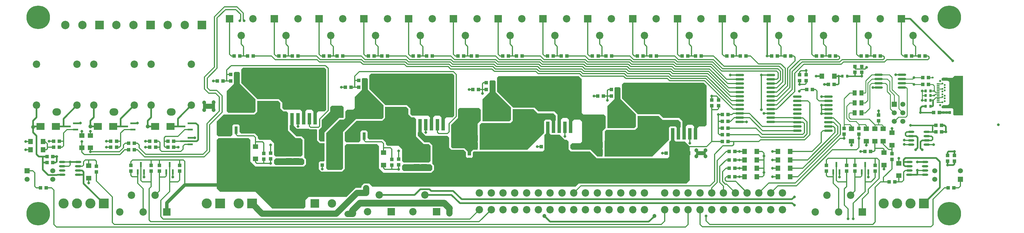
<source format=gtl>
%FSLAX44Y44*%
%MOMM*%
G71*
G01*
G75*
G04 Layer_Physical_Order=1*
G04 Layer_Color=255*
%ADD10O,1.9000X0.6000*%
%ADD11R,1.1000X1.0000*%
%ADD12R,1.6200X1.3700*%
%ADD13R,1.0000X1.1000*%
%ADD14R,0.8000X0.9000*%
%ADD15R,0.7000X0.9000*%
%ADD16R,1.3700X1.6200*%
%ADD17R,3.0000X1.2000*%
%ADD18R,1.2000X3.0000*%
%ADD19R,5.0000X4.7500*%
%ADD20R,1.5000X1.7500*%
%ADD21R,5.5000X6.7000*%
%ADD22R,0.9500X2.2000*%
%ADD23R,4.7500X5.0000*%
%ADD24R,1.7500X1.5000*%
%ADD25R,1.1000X3.5000*%
%ADD26R,10.5000X8.6000*%
%ADD27R,0.6000X1.6000*%
%ADD28O,2.6000X0.7000*%
%ADD29R,3.6000X1.5000*%
%ADD30R,3.5000X1.5000*%
%ADD31R,0.9000X0.3000*%
%ADD32O,2.5000X0.7000*%
%ADD33R,1.2700X1.5240*%
%ADD34R,2.4000X2.0000*%
%ADD35R,2.4000X2.0000*%
%ADD36R,1.6000X0.6000*%
%ADD37C,0.3000*%
%ADD38C,0.5000*%
%ADD39C,0.4000*%
%ADD40C,0.2540*%
%ADD41C,0.7000*%
%ADD42C,2.0000*%
%ADD43C,1.9000*%
%ADD44C,1.0000*%
%ADD45C,7.0000*%
%ADD46C,2.2000*%
%ADD47R,1.5000X1.5000*%
%ADD48C,1.5000*%
%ADD49C,2.5000*%
%ADD50R,2.2000X2.2000*%
%ADD51R,3.0000X3.0000*%
%ADD52C,3.0000*%
%ADD53R,2.5000X2.5000*%
%ADD54C,1.5240*%
%ADD55R,1.5000X1.5000*%
%ADD56C,0.6500*%
%ADD57O,2.0000X1.0000*%
%ADD58O,1.6000X0.8000*%
%ADD59C,0.6000*%
%ADD60C,0.8000*%
%ADD61C,1.2000*%
G36*
X1905000Y710000D02*
X1914000Y701000D01*
X1914000Y600000D01*
X1914000Y600000D01*
X1919000Y595000D01*
X1980000D01*
X1985000Y590000D01*
Y555000D01*
X1976000Y546000D01*
Y470000D01*
X1960000D01*
X1940000Y490000D01*
X1885000D01*
X1880000Y495000D01*
Y505000D01*
X1885000Y510000D01*
X1910000D01*
X1915000Y515000D01*
Y574000D01*
X1909000Y580000D01*
X1891000D01*
X1886000Y575000D01*
Y557000D01*
X1876000D01*
Y580000D01*
X1871000Y585000D01*
X1857000D01*
X1852000Y580000D01*
Y557000D01*
X1842000D01*
X1842000Y595000D01*
X1832000Y605000D01*
X1785000D01*
X1774000Y616000D01*
X1710000D01*
X1662000Y664000D01*
Y705000D01*
X1667000Y710000D01*
X1905000Y710000D01*
D02*
G37*
G36*
X1019000Y630000D02*
Y614000D01*
X1028000Y605000D01*
X1037000D01*
X1042000Y600000D01*
Y548000D01*
X1065000Y525000D01*
X1080000D01*
X1085000Y520000D01*
Y475000D01*
X1080000Y470000D01*
X1005000D01*
X1000000Y475000D01*
Y510000D01*
X990000Y520000D01*
X957000D01*
X952000Y525000D01*
Y530000D01*
X943000Y539000D01*
X903000D01*
X898000Y544000D01*
Y562000D01*
X894000Y566000D01*
X881000D01*
X877000Y562000D01*
Y535000D01*
X872000Y530000D01*
X835000D01*
X830000Y535000D01*
Y575000D01*
X850000Y595000D01*
X942000D01*
X950000Y603000D01*
Y636000D01*
X1013000D01*
X1019000Y630000D01*
D02*
G37*
G36*
X1207000Y617000D02*
Y587000D01*
X1205000Y585000D01*
X1193000D01*
X1150000Y542000D01*
Y515000D01*
X1138000D01*
X1133000Y520000D01*
Y549000D01*
X1142000Y558000D01*
Y579000D01*
X1167000Y604000D01*
Y617000D01*
X1172000Y622000D01*
X1202000D01*
X1207000Y617000D01*
D02*
G37*
G36*
X1614000Y610000D02*
Y577000D01*
X1605000Y568000D01*
Y490000D01*
X1591000D01*
X1585000Y484000D01*
Y473000D01*
X1575000D01*
Y485000D01*
X1565000Y495000D01*
X1530000D01*
X1526000Y499000D01*
Y565000D01*
X1546000Y585000D01*
Y610000D01*
X1551000Y615000D01*
X1609000D01*
X1614000Y610000D01*
D02*
G37*
G36*
X1399000Y612000D02*
Y596000D01*
X1408000Y587000D01*
X1417000D01*
X1422000Y582000D01*
Y530000D01*
X1445000Y507000D01*
X1460000D01*
X1465000Y502000D01*
Y457000D01*
X1460000Y452000D01*
X1385000D01*
X1380000Y457000D01*
Y492000D01*
X1370000Y502000D01*
X1337000D01*
X1332000Y507000D01*
Y512000D01*
X1323000Y521000D01*
X1283000D01*
X1278000Y526000D01*
Y544000D01*
X1274000Y548000D01*
X1261000D01*
X1257000Y544000D01*
Y517000D01*
X1252000Y512000D01*
X1215000D01*
X1210000Y517000D01*
Y542000D01*
X1245000Y577000D01*
X1322000Y577000D01*
X1330000Y585000D01*
Y618000D01*
X1393000D01*
X1399000Y612000D01*
D02*
G37*
G36*
X1279000Y701000D02*
Y669000D01*
X1325000Y623000D01*
Y587000D01*
X1320000Y582000D01*
X1247000D01*
Y582000D01*
X1243000D01*
X1205000Y544000D01*
Y435000D01*
X1200000Y430000D01*
X1160000D01*
X1155000Y435000D01*
Y540000D01*
X1195000Y580000D01*
X1207000D01*
X1212000Y585000D01*
Y605000D01*
X1217000Y610000D01*
X1235000D01*
X1240000Y615000D01*
Y648000D01*
X1261000Y669000D01*
Y702000D01*
X1263000Y704000D01*
X1276000D01*
X1279000Y701000D01*
D02*
G37*
G36*
X1470000Y442000D02*
Y432000D01*
X1465000Y427000D01*
X1385000D01*
X1380000Y432000D01*
Y442000D01*
X1385000Y447000D01*
X1465000D01*
X1470000Y442000D01*
D02*
G37*
G36*
X1090000Y460000D02*
Y450000D01*
X1085000Y445000D01*
X1005000D01*
X1000000Y450000D01*
Y460000D01*
X1005000Y465000D01*
X1085000D01*
X1090000Y460000D01*
D02*
G37*
G36*
X1059000Y562000D02*
X1068000Y553000D01*
X1104000D01*
X1106000Y551000D01*
X1126000D01*
X1128000Y549000D01*
Y518000D01*
X1136000Y510000D01*
X1150000D01*
Y458000D01*
X1148000Y456000D01*
X1137000D01*
X1133000Y452000D01*
Y433000D01*
X1141000Y425000D01*
X1202000D01*
X1210000Y433000D01*
Y502000D01*
X1215000Y507000D01*
X1306000D01*
X1312000Y501000D01*
Y435000D01*
X1325000Y422000D01*
X1467000D01*
X1475000Y430000D01*
Y444000D01*
X1470000Y449000D01*
Y504000D01*
X1462000Y512000D01*
X1447000D01*
X1427000Y532000D01*
Y542000D01*
X1429000Y544000D01*
Y565000D01*
X1439000D01*
Y544000D01*
X1451000Y532000D01*
X1515000D01*
X1520000Y527000D01*
Y497000D01*
X1527000Y490000D01*
X1563000D01*
X1570000Y483000D01*
Y470000D01*
X1574000Y466000D01*
X1586000D01*
X1590000Y470000D01*
Y482000D01*
X1593000Y485000D01*
X1798000D01*
X1803000Y490000D01*
Y534000D01*
X1808000Y539000D01*
Y558000D01*
X1818000D01*
Y539000D01*
X1822000Y535000D01*
X1849000D01*
X1864000Y520000D01*
X1870000D01*
X1875000Y515000D01*
Y492000D01*
X1882000Y485000D01*
X1938000D01*
X1958000Y465000D01*
X2169000D01*
X2174000Y470000D01*
Y514000D01*
X2179000Y519000D01*
Y538000D01*
X2189000D01*
Y519000D01*
X2193000Y515000D01*
X2220000D01*
X2235000Y500000D01*
Y400000D01*
X2225000Y390000D01*
X1905000D01*
X1895000Y380000D01*
X1292000D01*
X1282000Y390000D01*
X1267000D01*
X1260000Y383000D01*
Y379000D01*
X1258000Y377000D01*
X1242000D01*
X1215000Y350000D01*
X1103000D01*
X1093000Y340000D01*
Y320000D01*
X1088000Y315000D01*
X995000D01*
X945000Y365000D01*
X840000D01*
X830000Y375000D01*
Y520000D01*
X835000Y525000D01*
X925000D01*
X930000Y520000D01*
Y455000D01*
X945000Y440000D01*
X1088000D01*
X1095000Y447000D01*
Y462000D01*
X1090000Y467000D01*
Y522000D01*
X1082000Y530000D01*
X1067000D01*
X1047000Y550000D01*
Y563000D01*
X1049000Y565000D01*
Y584000D01*
X1059000D01*
Y562000D01*
D02*
G37*
G36*
X1155000Y730000D02*
Y610000D01*
X1150000Y605000D01*
X1132000D01*
X1127000Y600000D01*
Y582000D01*
X1117000D01*
Y605000D01*
X1112000Y610000D01*
X1098000D01*
X1093000Y605000D01*
Y582000D01*
X1083000D01*
Y605000D01*
X1078000Y610000D01*
X1030000D01*
X1025000Y615000D01*
Y631000D01*
X1015000Y641000D01*
X951000D01*
X903000Y689000D01*
Y730000D01*
X908000Y735000D01*
X1150000D01*
X1155000Y730000D01*
D02*
G37*
G36*
X1658000Y694000D02*
Y662000D01*
X1704000Y616000D01*
Y580000D01*
X1699000Y575000D01*
X1619000Y575000D01*
Y641000D01*
X1640000Y662000D01*
Y695000D01*
X1642000Y697000D01*
X1655000D01*
X1658000Y694000D01*
D02*
G37*
G36*
X3046195Y592900D02*
X3019195D01*
X3017195Y594900D01*
Y610900D01*
X3014195Y613900D01*
X2986195D01*
Y613822D01*
X2984634Y614132D01*
X2983311Y615016D01*
X2982427Y616339D01*
X2982116Y617900D01*
X2982097D01*
X2982485Y619851D01*
X2983590Y621505D01*
X2985244Y622610D01*
X2987195Y622998D01*
X2998195Y622900D01*
Y622840D01*
X3000022Y623080D01*
X3001725Y623786D01*
X3003187Y624908D01*
X3004309Y626370D01*
X3005015Y628073D01*
X3005255Y629900D01*
X3005195Y689900D01*
X3005312D01*
X3004846Y692241D01*
X3003521Y694226D01*
X3001536Y695552D01*
X2999195Y696018D01*
X2987195Y695900D01*
Y695802D01*
X2985244Y696190D01*
X2983590Y697295D01*
X2982485Y698949D01*
X2982097Y700900D01*
X2982116D01*
X2982427Y702461D01*
X2983311Y703784D01*
X2984634Y704668D01*
X2986195Y704978D01*
X3014195Y704900D01*
X3020195Y710900D01*
X3046195D01*
Y592900D01*
D02*
G37*
G36*
X899000Y719000D02*
Y687000D01*
X945000Y641000D01*
Y605000D01*
X940000Y600000D01*
X865000D01*
X860000Y605000D01*
Y666000D01*
X881000Y687000D01*
Y720000D01*
X883000Y722000D01*
X896000D01*
X899000Y719000D01*
D02*
G37*
G36*
X1535000Y712000D02*
Y592000D01*
X1530000Y587000D01*
X1512000D01*
X1507000Y582000D01*
Y564000D01*
X1497000D01*
Y587000D01*
X1492000Y592000D01*
X1478000D01*
X1473000Y587000D01*
Y564000D01*
X1463000D01*
Y587000D01*
X1458000Y592000D01*
X1410000D01*
X1405000Y597000D01*
Y613000D01*
X1395000Y623000D01*
X1331000D01*
X1283000Y671000D01*
Y712000D01*
X1288000Y717000D01*
X1530000D01*
X1535000Y712000D01*
D02*
G37*
G36*
X2276000Y690000D02*
X2285000Y681000D01*
X2285000Y565000D01*
X2280000Y560000D01*
X2262000D01*
X2257000Y555000D01*
Y537000D01*
X2247000D01*
Y560000D01*
X2242000Y565000D01*
X2228000D01*
X2223000Y560000D01*
Y537000D01*
X2213000D01*
X2213000Y575000D01*
X2203000Y585000D01*
X2156000D01*
X2145000Y596000D01*
X2081000D01*
X2033000Y644000D01*
Y685000D01*
X2038000Y690000D01*
X2276000Y690000D01*
D02*
G37*
G36*
X2154000Y579000D02*
X2201000D01*
X2208000Y572000D01*
Y558000D01*
X2206000Y556000D01*
Y537000D01*
X2196000D01*
Y556000D01*
X2192000Y560000D01*
X2177000D01*
X2173000Y556000D01*
Y520000D01*
X2123000Y470000D01*
X1982000D01*
Y545000D01*
X1987000Y550000D01*
X2073000D01*
X2080000Y557000D01*
Y591000D01*
X2142000D01*
X2154000Y579000D01*
D02*
G37*
G36*
X1783000Y599000D02*
X1830000D01*
X1837000Y592000D01*
Y578000D01*
X1835000Y576000D01*
Y557000D01*
X1825000D01*
Y576000D01*
X1821000Y580000D01*
X1806000D01*
X1802000Y576000D01*
Y540000D01*
X1752000Y490000D01*
X1611000D01*
Y565000D01*
X1616000Y570000D01*
X1702000D01*
X1709000Y577000D01*
Y611000D01*
X1771000D01*
X1783000Y599000D01*
D02*
G37*
G36*
X2029000Y674000D02*
Y642000D01*
X2075000Y596000D01*
Y560000D01*
X2070000Y555000D01*
X1990000Y555000D01*
Y621000D01*
X2011000Y642000D01*
Y675000D01*
X2013000Y677000D01*
X2026000D01*
X2029000Y674000D01*
D02*
G37*
D10*
X2891500Y544050D02*
D03*
Y531350D02*
D03*
Y518650D02*
D03*
Y505950D02*
D03*
X2938500Y544050D02*
D03*
Y531350D02*
D03*
Y518650D02*
D03*
Y505950D02*
D03*
X2933500Y415950D02*
D03*
Y428650D02*
D03*
Y441350D02*
D03*
Y454050D02*
D03*
X2886500Y415950D02*
D03*
Y428650D02*
D03*
Y441350D02*
D03*
Y454050D02*
D03*
X418500Y415950D02*
D03*
Y428650D02*
D03*
Y441350D02*
D03*
Y454050D02*
D03*
X371500Y415950D02*
D03*
Y428650D02*
D03*
Y441350D02*
D03*
Y454050D02*
D03*
D11*
X2965500Y563000D02*
D03*
X2982500D02*
D03*
X2965500Y544000D02*
D03*
X2982500D02*
D03*
X2754500Y485000D02*
D03*
X2771500D02*
D03*
X2663500Y685000D02*
D03*
X2646500D02*
D03*
X2926500D02*
D03*
X2943500D02*
D03*
X2926500Y705000D02*
D03*
X2943500D02*
D03*
X2958500Y601000D02*
D03*
X2975500D02*
D03*
X2351500Y485000D02*
D03*
X2368500D02*
D03*
X2351500Y460000D02*
D03*
X2368500D02*
D03*
X2351500Y435000D02*
D03*
X2368500D02*
D03*
X2351500Y410000D02*
D03*
X2368500D02*
D03*
X2581500Y670000D02*
D03*
X2598500D02*
D03*
X2348500Y515000D02*
D03*
X2331500D02*
D03*
X2348500Y555000D02*
D03*
X2331500D02*
D03*
X2348500Y595000D02*
D03*
X2331500D02*
D03*
X2348500Y575000D02*
D03*
X2331500D02*
D03*
X2348500Y535000D02*
D03*
X2331500D02*
D03*
X1647500Y690000D02*
D03*
X1630500D02*
D03*
X1647500Y670000D02*
D03*
X1630500D02*
D03*
X1978500Y650000D02*
D03*
X1961500D02*
D03*
X2018500Y670000D02*
D03*
X2001500D02*
D03*
X2018500Y650000D02*
D03*
X2001500D02*
D03*
X1228500Y677000D02*
D03*
X1211500D02*
D03*
X1268500Y697000D02*
D03*
X1251500D02*
D03*
X1268500Y677000D02*
D03*
X1251500D02*
D03*
X1320500Y770000D02*
D03*
X1337500D02*
D03*
X1280500D02*
D03*
X1297500D02*
D03*
X1187500D02*
D03*
X1204500D02*
D03*
X1147500D02*
D03*
X1164500D02*
D03*
X1054500D02*
D03*
X1071500D02*
D03*
X1014500D02*
D03*
X1031500D02*
D03*
X921500D02*
D03*
X938500D02*
D03*
X881500D02*
D03*
X898500D02*
D03*
X1852500D02*
D03*
X1869500D02*
D03*
X1812500D02*
D03*
X1829500D02*
D03*
X1719500D02*
D03*
X1736500D02*
D03*
X1679500D02*
D03*
X1696500D02*
D03*
X1586500D02*
D03*
X1603500D02*
D03*
X1546500D02*
D03*
X1563500D02*
D03*
X1453500D02*
D03*
X1470500D02*
D03*
X1413500D02*
D03*
X1430500D02*
D03*
X2384500D02*
D03*
X2401500D02*
D03*
X2344500D02*
D03*
X2361500D02*
D03*
X2251500D02*
D03*
X2268500D02*
D03*
X2211500D02*
D03*
X2228500D02*
D03*
X2118500D02*
D03*
X2135500D02*
D03*
X2078500D02*
D03*
X2095500D02*
D03*
X1985500D02*
D03*
X2002500D02*
D03*
X1945500D02*
D03*
X1962500D02*
D03*
X2916500Y770000D02*
D03*
X2933500D02*
D03*
X2876500D02*
D03*
X2893500D02*
D03*
X2783500Y770000D02*
D03*
X2800500D02*
D03*
X2743500D02*
D03*
X2760500D02*
D03*
X2650500Y770000D02*
D03*
X2667500D02*
D03*
X2610500D02*
D03*
X2627500D02*
D03*
X888500Y715000D02*
D03*
X871500D02*
D03*
X848500Y695000D02*
D03*
X831500D02*
D03*
X888500D02*
D03*
X871500D02*
D03*
X2517500Y770000D02*
D03*
X2534500D02*
D03*
X2477500D02*
D03*
X2494500D02*
D03*
X3018500Y377000D02*
D03*
X3001500D02*
D03*
X306500D02*
D03*
X323500D02*
D03*
X2826500Y395000D02*
D03*
X2843500D02*
D03*
X326500Y470000D02*
D03*
X343500D02*
D03*
X326500Y452000D02*
D03*
X343500D02*
D03*
X2181500Y480000D02*
D03*
X2164500D02*
D03*
X1810500Y500000D02*
D03*
X1793500D02*
D03*
X1607500Y670000D02*
D03*
X1590500D02*
D03*
X685500Y498000D02*
D03*
X702500D02*
D03*
X685500Y516000D02*
D03*
X702500D02*
D03*
X532500Y498000D02*
D03*
X515500D02*
D03*
X362500D02*
D03*
X345500D02*
D03*
X362500Y516000D02*
D03*
X345500D02*
D03*
X532500D02*
D03*
X515500D02*
D03*
X648500D02*
D03*
X631500D02*
D03*
X648500Y498000D02*
D03*
X631500D02*
D03*
X585500Y510000D02*
D03*
X568500D02*
D03*
X585500Y490000D02*
D03*
X568500D02*
D03*
D12*
X2835000Y503900D02*
D03*
Y541000D02*
D03*
X2811000Y482100D02*
D03*
Y445000D02*
D03*
X2809000Y553100D02*
D03*
Y516000D02*
D03*
X2784000Y553100D02*
D03*
Y516000D02*
D03*
X2759000Y553100D02*
D03*
Y516000D02*
D03*
X2715000Y553100D02*
D03*
Y516000D02*
D03*
X1325000Y444900D02*
D03*
Y482000D02*
D03*
X945000Y462900D02*
D03*
Y500000D02*
D03*
X2855000Y412900D02*
D03*
Y450000D02*
D03*
X450000Y443100D02*
D03*
Y406000D02*
D03*
X430000Y495900D02*
D03*
Y533000D02*
D03*
X455000Y495900D02*
D03*
Y533000D02*
D03*
D13*
X2835000Y461500D02*
D03*
Y478500D02*
D03*
X2795000Y576500D02*
D03*
Y593500D02*
D03*
X2737000Y536500D02*
D03*
Y553500D02*
D03*
X2693000Y536500D02*
D03*
Y553500D02*
D03*
X2745000Y738500D02*
D03*
Y721500D02*
D03*
X2725000Y721500D02*
D03*
Y738500D02*
D03*
X2300000Y621500D02*
D03*
Y638500D02*
D03*
X2320000Y621500D02*
D03*
Y638500D02*
D03*
X2580000Y713500D02*
D03*
Y696500D02*
D03*
X2561000Y713500D02*
D03*
Y696500D02*
D03*
X1580000Y461500D02*
D03*
Y478500D02*
D03*
X1143000Y461500D02*
D03*
Y444500D02*
D03*
X1370000Y445500D02*
D03*
Y462500D02*
D03*
X1350000Y461500D02*
D03*
Y444500D02*
D03*
X990000Y463500D02*
D03*
Y480500D02*
D03*
X970000Y479500D02*
D03*
Y462500D02*
D03*
X2640000Y443500D02*
D03*
Y426500D02*
D03*
X2725000Y443500D02*
D03*
Y426500D02*
D03*
X2700000Y443500D02*
D03*
Y426500D02*
D03*
X2785000Y443500D02*
D03*
Y426500D02*
D03*
X720000Y443500D02*
D03*
Y426500D02*
D03*
X635000Y443500D02*
D03*
Y426500D02*
D03*
X575000Y443500D02*
D03*
Y426500D02*
D03*
X660000Y443500D02*
D03*
Y426500D02*
D03*
X473000Y424500D02*
D03*
Y441500D02*
D03*
X3000000Y473500D02*
D03*
Y456500D02*
D03*
X3020000Y473500D02*
D03*
Y456500D02*
D03*
D14*
X2688000Y710000D02*
D03*
X2702000D02*
D03*
D15*
X3006500Y601000D02*
D03*
X3021500D02*
D03*
X2949500Y620000D02*
D03*
X2934500D02*
D03*
X2949500Y666000D02*
D03*
X2934500D02*
D03*
X2949500Y652000D02*
D03*
X2934500D02*
D03*
X2949500Y638000D02*
D03*
X2934500D02*
D03*
D16*
X2533100Y410000D02*
D03*
X2496000D02*
D03*
X2533100Y435000D02*
D03*
X2496000D02*
D03*
X2533100Y460000D02*
D03*
X2496000D02*
D03*
X2533100Y485000D02*
D03*
X2496000D02*
D03*
X2396900D02*
D03*
X2434000D02*
D03*
X2396900Y460000D02*
D03*
X2434000D02*
D03*
X2396900Y435000D02*
D03*
X2434000D02*
D03*
X2396900Y410000D02*
D03*
X2434000D02*
D03*
X2664100Y710000D02*
D03*
X2627000D02*
D03*
X314100Y515000D02*
D03*
X277000D02*
D03*
X314100Y490000D02*
D03*
X277000D02*
D03*
D17*
X2222140Y480000D02*
D03*
X2267860D02*
D03*
X1852140Y500000D02*
D03*
X1897860D02*
D03*
D18*
X1535000Y469140D02*
D03*
Y514860D02*
D03*
X1143000Y487140D02*
D03*
Y532860D02*
D03*
D19*
X1635000Y514000D02*
D03*
X2006000Y494000D02*
D03*
D20*
X1598000Y503000D02*
D03*
Y525000D02*
D03*
X1969000Y483000D02*
D03*
Y505000D02*
D03*
D21*
X1245000Y465500D02*
D03*
X865000Y483500D02*
D03*
D22*
X1222200Y531000D02*
D03*
X1267800D02*
D03*
X842200Y549000D02*
D03*
X887800D02*
D03*
D23*
X1055000Y495000D02*
D03*
X1435000Y477000D02*
D03*
D24*
X1066000Y458000D02*
D03*
X1044000D02*
D03*
X1446000Y440000D02*
D03*
X1424000D02*
D03*
D25*
X1054000Y582500D02*
D03*
X1071000D02*
D03*
X1088000D02*
D03*
X1105000D02*
D03*
X1122000D02*
D03*
X1434000Y564500D02*
D03*
X1451000D02*
D03*
X1468000D02*
D03*
X1485000D02*
D03*
X1502000D02*
D03*
X2184000Y537500D02*
D03*
X2201000D02*
D03*
X2218000D02*
D03*
X2235000D02*
D03*
X2252000D02*
D03*
X1813000Y557500D02*
D03*
X1830000D02*
D03*
X1847000D02*
D03*
X1864000D02*
D03*
X1881000D02*
D03*
D26*
X1088000Y678000D02*
D03*
X1468000Y660000D02*
D03*
X2218000Y633000D02*
D03*
X1847000Y653000D02*
D03*
D27*
X2660500Y424000D02*
D03*
X2679500D02*
D03*
X2670000Y446000D02*
D03*
X2745500Y424000D02*
D03*
X2764500D02*
D03*
X2755000Y446000D02*
D03*
X595500Y424000D02*
D03*
X614500D02*
D03*
X605000Y446000D02*
D03*
X680500Y424000D02*
D03*
X699500D02*
D03*
X690000Y446000D02*
D03*
D28*
X2475000Y573150D02*
D03*
Y585850D02*
D03*
Y598550D02*
D03*
Y611250D02*
D03*
Y623950D02*
D03*
Y636650D02*
D03*
Y649350D02*
D03*
Y662050D02*
D03*
Y674750D02*
D03*
Y687450D02*
D03*
Y700150D02*
D03*
Y712850D02*
D03*
X2383000Y573150D02*
D03*
Y585850D02*
D03*
Y598550D02*
D03*
Y611250D02*
D03*
Y623950D02*
D03*
Y636650D02*
D03*
Y649350D02*
D03*
Y662050D02*
D03*
Y674750D02*
D03*
Y687450D02*
D03*
Y700150D02*
D03*
Y712850D02*
D03*
X2554000Y648800D02*
D03*
Y636100D02*
D03*
Y623400D02*
D03*
Y610700D02*
D03*
Y598000D02*
D03*
Y585300D02*
D03*
Y572600D02*
D03*
Y559900D02*
D03*
Y547200D02*
D03*
X2646000Y648800D02*
D03*
Y636100D02*
D03*
Y623400D02*
D03*
Y610700D02*
D03*
Y598000D02*
D03*
Y585300D02*
D03*
Y572600D02*
D03*
Y559900D02*
D03*
Y547200D02*
D03*
D29*
X1936900Y575000D02*
D03*
X1186900Y602000D02*
D03*
X1566900Y595000D02*
D03*
X806900Y620000D02*
D03*
D30*
X2014370Y575000D02*
D03*
X1264370Y602000D02*
D03*
X1644370Y595000D02*
D03*
X884370Y620000D02*
D03*
D31*
X2972400Y686500D02*
D03*
Y681500D02*
D03*
Y676500D02*
D03*
Y671500D02*
D03*
Y666500D02*
D03*
Y661500D02*
D03*
Y656500D02*
D03*
Y651500D02*
D03*
Y646500D02*
D03*
Y641500D02*
D03*
Y636500D02*
D03*
Y631500D02*
D03*
D32*
X2795500Y714050D02*
D03*
Y701350D02*
D03*
Y688650D02*
D03*
Y675950D02*
D03*
X2864500Y714050D02*
D03*
Y701350D02*
D03*
Y688650D02*
D03*
Y675950D02*
D03*
D33*
X2744160Y660000D02*
D03*
X2723840D02*
D03*
X2744160Y630000D02*
D03*
X2723840D02*
D03*
X2744160Y600000D02*
D03*
X2723840D02*
D03*
D34*
X352860Y560000D02*
D03*
X522860D02*
D03*
X692860D02*
D03*
D35*
X307140D02*
D03*
X477140D02*
D03*
X647140D02*
D03*
D36*
X411000Y550500D02*
D03*
Y569500D02*
D03*
X389000Y560000D02*
D03*
X581000Y550500D02*
D03*
Y569500D02*
D03*
X559000Y560000D02*
D03*
X751000Y550500D02*
D03*
Y569500D02*
D03*
X729000Y560000D02*
D03*
X751000Y506500D02*
D03*
Y525500D02*
D03*
X729000Y516000D02*
D03*
D37*
X2745000Y731040D02*
Y738500D01*
Y731040D02*
X2755040D01*
X2727000D02*
X2745000D01*
X2755040D02*
X2760000Y736000D01*
X2725000Y733040D02*
X2727000Y731040D01*
X2725000Y733040D02*
Y738500D01*
X2871500Y506100D02*
X2871650Y505950D01*
X2891500D01*
X2871650Y518650D02*
X2891500D01*
X2871500Y518800D02*
X2871650Y518650D01*
X2938500Y505950D02*
X2958350D01*
X2958500Y505800D01*
X2810000Y395000D02*
Y408000D01*
X2835000Y433000D01*
Y461500D01*
X2810000Y395000D02*
X2826500D01*
X2801000D02*
X2810000D01*
X2809000Y507000D02*
Y516000D01*
Y507000D02*
X2825000Y491000D01*
X2835000D01*
Y503900D01*
Y478500D02*
Y491000D01*
X2743050Y485000D02*
X2754500D01*
X2784000Y495000D02*
X2808000D01*
X2811000Y492000D01*
Y482100D02*
Y492000D01*
X2784000Y495000D02*
Y516000D01*
Y488000D02*
Y495000D01*
X2771500Y485000D02*
X2781000D01*
X2784000Y488000D01*
X2791000Y465000D02*
X2797000Y459000D01*
Y405000D02*
Y459000D01*
X2765000Y373000D02*
X2797000Y405000D01*
X2785000Y465000D02*
X2791000D01*
X2475000Y362000D02*
X2496000Y383000D01*
X2551000D01*
X2658000Y490000D01*
X2730000D01*
X2737000Y497000D01*
Y524000D01*
X2440000Y362000D02*
X2469000Y391000D01*
X2548000D01*
X2681000Y524000D01*
X2693000D01*
X2682000Y536000D02*
Y565000D01*
X2556000Y410000D02*
X2682000Y536000D01*
X2533100Y410000D02*
X2556000D01*
X2674000Y539000D02*
Y560000D01*
X2570000Y435000D02*
X2674000Y539000D01*
X2533100Y435000D02*
X2570000D01*
X2625000Y512000D02*
Y542000D01*
X2598000Y485000D02*
X2625000Y512000D01*
X2533100Y485000D02*
X2598000D01*
X2666000Y542000D02*
Y555000D01*
X2584000Y460000D02*
X2666000Y542000D01*
X2533100Y460000D02*
X2584000D01*
X2737000Y525050D02*
Y536500D01*
X2693000Y525050D02*
Y536500D01*
X2661700Y585300D02*
X2682000Y565000D01*
X2661400Y572600D02*
X2674000Y560000D01*
X2661100Y559900D02*
X2666000Y555000D01*
X2630200Y547200D02*
X2646000D01*
X2625000Y542000D02*
X2630200Y547200D01*
X2846000Y714050D02*
X2864500D01*
X2464000Y770000D02*
X2477500D01*
X899000Y875000D02*
X901000Y877000D01*
X909000D02*
X911000Y875000D01*
X909000Y877000D02*
Y897314D01*
X901000Y877000D02*
Y894000D01*
X890314Y916000D02*
X909000Y897314D01*
X887000Y908000D02*
X901000Y894000D01*
X852686Y916000D02*
X890314D01*
X856000Y908000D02*
X887000D01*
X823000Y886314D02*
X852686Y916000D01*
X831000Y883000D02*
X856000Y908000D01*
X823000Y736314D02*
Y886314D01*
X831000Y733000D02*
Y883000D01*
X794000Y707314D02*
X823000Y736314D01*
X802000Y704000D02*
X831000Y733000D01*
X794000Y671686D02*
Y707314D01*
X802000Y675000D02*
Y704000D01*
X794000Y671686D02*
X806686Y659000D01*
X802000Y675000D02*
X810000Y667000D01*
X806686Y659000D02*
X826686D01*
X810000Y667000D02*
X830000D01*
X826686Y659000D02*
X838000Y647686D01*
X830000Y667000D02*
X846000Y651000D01*
X838000Y605314D02*
Y647686D01*
X846000Y602000D02*
Y651000D01*
X801000Y568314D02*
X838000Y605314D01*
X809000Y565000D02*
X846000Y602000D01*
X801000Y488314D02*
Y568314D01*
X809000Y485000D02*
Y565000D01*
X789686Y477000D02*
X801000Y488314D01*
X793000Y469000D02*
X809000Y485000D01*
X619000Y477000D02*
X789686D01*
X600000Y496000D02*
X619000Y477000D01*
X616000Y469000D02*
X793000D01*
X595000Y490000D02*
X616000Y469000D01*
X585500Y510000D02*
X595000D01*
X600000Y496000D02*
Y505000D01*
X595000Y510000D02*
X600000Y505000D01*
X585500Y490000D02*
X595000D01*
X720000Y443500D02*
Y460000D01*
X660000Y443500D02*
Y460000D01*
X635000Y443500D02*
Y460000D01*
X720000D02*
X731000D01*
X660000D02*
X720000D01*
X635000D02*
X660000D01*
X580000D02*
X635000D01*
X735000Y385000D02*
Y456000D01*
X731000Y460000D02*
X735000Y456000D01*
X575000Y455000D02*
X580000Y460000D01*
X575000Y443500D02*
Y455000D01*
X2295000Y383000D02*
X2308000Y396000D01*
X1911000Y383000D02*
X2295000D01*
X1890000Y362000D02*
X1911000Y383000D01*
X2308000Y396000D02*
Y477000D01*
X2333000Y502000D01*
X2361000D01*
X2365000Y506000D01*
Y515000D01*
X2440000D01*
X2348500D02*
X2365000D01*
X2434000Y460000D02*
X2455000D01*
Y480000D01*
Y435000D02*
Y460000D01*
X2434000Y435000D02*
X2455000D01*
Y414000D02*
Y435000D01*
X2434000Y410000D02*
X2451000D01*
X2455000Y414000D01*
X2450000Y485000D02*
X2455000Y480000D01*
X2434000Y485000D02*
X2450000D01*
X2300000Y362000D02*
Y377000D01*
X2343000Y485000D02*
X2351500D01*
X2316000Y458000D02*
X2343000Y485000D01*
X2316000Y393000D02*
Y458000D01*
X2300000Y377000D02*
X2316000Y393000D01*
X2335000Y362000D02*
Y382000D01*
X2343000Y460000D02*
X2351500D01*
X2324000Y441000D02*
X2343000Y460000D01*
X2324000Y393000D02*
Y441000D01*
Y393000D02*
X2335000Y382000D01*
X2342000Y435000D02*
X2351500D01*
X2332000Y425000D02*
X2342000Y435000D01*
X2332000Y396000D02*
Y425000D01*
Y396000D02*
X2340000Y388000D01*
X2344000D01*
X2370000Y362000D01*
X2371000Y396000D02*
X2405000Y362000D01*
X2344000Y396000D02*
X2371000D01*
X2340000Y400000D02*
X2344000Y396000D01*
X2340000Y400000D02*
Y406000D01*
X2344000Y410000D01*
X2351500D01*
X2480000D02*
X2496000D01*
X2368500D02*
X2382000D01*
X2396900D01*
X2480000Y435000D02*
X2496000D01*
X2368500D02*
X2382000D01*
X2396900D01*
X2480000Y460000D02*
X2496000D01*
X2368500D02*
X2382000D01*
X2396900D01*
X2382000Y485000D02*
X2396900D01*
X2368500D02*
X2382000D01*
X2480000D02*
X2496000D01*
X2646000Y585300D02*
X2661700D01*
X2646000Y572600D02*
X2661400D01*
X2646000Y559900D02*
X2661100D01*
X2560000Y665000D02*
X2565000Y670000D01*
X2581500D01*
X2612000Y642000D02*
X2617900Y636100D01*
X2646000D01*
X2612000Y642000D02*
Y666000D01*
X2608000Y670000D02*
X2612000Y666000D01*
X2598500Y670000D02*
X2608000D01*
X2447000Y610000D02*
X2447000Y610000D01*
X2447000Y610000D02*
Y713000D01*
X2232000Y500000D02*
X2285000D01*
X2300000Y515000D01*
Y610000D02*
X2317000D01*
X2320000Y613000D01*
Y621500D01*
X2300000Y610000D02*
Y621500D01*
Y515000D02*
Y610000D01*
Y515000D02*
X2331500D01*
X2300000Y638500D02*
Y650000D01*
X2314000D01*
X2320000Y644000D01*
Y638500D02*
Y644000D01*
X2319000Y555000D02*
X2331500D01*
X2319000D02*
Y575000D01*
Y539000D02*
Y555000D01*
Y575000D02*
X2331500D01*
X2319000D02*
Y595000D01*
X2331500D01*
X2319000Y539000D02*
X2323000Y535000D01*
X2331500D01*
X2554000Y636100D02*
X2554100Y636000D01*
X2585000D01*
X2591000Y630000D01*
Y535000D02*
Y630000D01*
X2576000Y520000D02*
X2591000Y535000D01*
X2445000Y520000D02*
X2576000D01*
X2440000Y515000D02*
X2445000Y520000D01*
X2554000Y585300D02*
X2554300Y585000D01*
X2571000D01*
X2583000Y573000D01*
Y538000D02*
Y573000D01*
X2573000Y528000D02*
X2583000Y538000D01*
X2446000Y528000D02*
X2573000D01*
X2439000Y535000D02*
X2446000Y528000D01*
X2348500Y535000D02*
X2439000D01*
X2554000Y572600D02*
X2570400D01*
X2575000Y568000D01*
Y541000D02*
Y568000D01*
X2570000Y536000D02*
X2575000Y541000D01*
X2450000Y536000D02*
X2570000D01*
X2431000Y555000D02*
X2450000Y536000D01*
X2348500Y555000D02*
X2431000D01*
X2363550Y598550D02*
X2383000D01*
X2360000Y595000D02*
X2363550Y598550D01*
X2348500Y595000D02*
X2360000D01*
X2366850Y585850D02*
X2383000D01*
X2356000Y575000D02*
X2366850Y585850D01*
X2348500Y575000D02*
X2356000D01*
X2626000Y610850D02*
Y623550D01*
Y598150D02*
Y610850D01*
Y598150D02*
X2626150Y598000D01*
X2646000D01*
X2626000Y610850D02*
X2626150Y610700D01*
X2646000D01*
X2626000Y623550D02*
X2626150Y623400D01*
X2646000D01*
X2626000Y648950D02*
X2626150Y648800D01*
X2646000D01*
X2383000Y585850D02*
X2412150D01*
X2450800Y547200D01*
X2554000D01*
X2383000Y598550D02*
X2411450D01*
X2450100Y559900D01*
X2554000D01*
X2553450Y573150D02*
X2554000Y572600D01*
X2475000Y573150D02*
X2553450D01*
Y585850D02*
X2554000Y585300D01*
X2475000Y585850D02*
X2553450D01*
X2383000Y573150D02*
X2402850D01*
X2403000Y573000D01*
X2455150Y598550D02*
X2475000D01*
X2455000Y598700D02*
X2455150Y598550D01*
X2565000Y726000D02*
X2580000D01*
Y713500D02*
Y726000D01*
X2561000Y722000D02*
X2565000Y726000D01*
X2561000Y713500D02*
Y722000D01*
X2580000Y688000D02*
Y696500D01*
X2577000Y685000D02*
X2580000Y688000D01*
X2561000Y685000D02*
X2577000D01*
X2561000D02*
Y696500D01*
X2447150Y712850D02*
X2475000D01*
X2447000Y713000D02*
X2447150Y712850D01*
X2573000Y745000D02*
X2684000D01*
X2546000Y718000D02*
X2573000Y745000D01*
X2546000Y664000D02*
Y718000D01*
X2568000Y752000D02*
X2680000D01*
X2539000Y723000D02*
X2568000Y752000D01*
X2539000Y670000D02*
Y723000D01*
X2563000Y759000D02*
X2676000D01*
X2532000Y728000D02*
X2563000Y759000D01*
X2532000Y676000D02*
Y728000D01*
X2475000Y611250D02*
X2493250D01*
X2546000Y664000D01*
X2684000Y745000D02*
X2691000Y752000D01*
X2813000D01*
X2820000Y759000D01*
X2942000D01*
X2475000Y623950D02*
X2492950D01*
X2539000Y670000D01*
X2680000Y752000D02*
X2687000Y759000D01*
X2809000D01*
X2933500Y770000D02*
X2942000D01*
X2945000Y767000D01*
Y762000D02*
Y767000D01*
X2942000Y759000D02*
X2945000Y762000D01*
X2800500Y770000D02*
X2809000D01*
X2812000Y767000D01*
Y762000D02*
Y767000D01*
X2809000Y759000D02*
X2812000Y762000D01*
X2475000Y636650D02*
X2492650D01*
X2532000Y676000D01*
X2676000Y759000D02*
X2679000Y762000D01*
Y767000D01*
X2676000Y770000D02*
X2679000Y767000D01*
X2667500Y770000D02*
X2676000D01*
X2493350Y649350D02*
X2525000Y681000D01*
X2475000Y649350D02*
X2493350D01*
X2525000Y681000D02*
Y733000D01*
X2547000Y755000D01*
Y766000D01*
X2543000Y770000D02*
X2547000Y766000D01*
X2534500Y770000D02*
X2543000D01*
X2518000Y687000D02*
Y733000D01*
X2493000Y662000D02*
X2518000Y687000D01*
X2475050Y662000D02*
X2493000D01*
X2475000Y662050D02*
X2475050Y662000D01*
X2505000Y746000D02*
X2518000Y733000D01*
X2439000Y746000D02*
X2505000D01*
X2415000Y770000D02*
X2439000Y746000D01*
X2401500Y770000D02*
X2415000D01*
X2492750Y674750D02*
X2511000Y693000D01*
X2475000Y674750D02*
X2492750D01*
X2511000Y693000D02*
Y728000D01*
X2500000Y739000D02*
X2511000Y728000D01*
X2336000Y739000D02*
X2500000D01*
X2305000Y770000D02*
X2336000Y739000D01*
X2268500Y770000D02*
X2305000D01*
X2496000Y732000D02*
X2504000Y724000D01*
Y699000D02*
Y724000D01*
X2492450Y687450D02*
X2504000Y699000D01*
X2332096Y732000D02*
X2496000D01*
X2305096Y759000D02*
X2332096Y732000D01*
X2475000Y687450D02*
X2492450D01*
X2493150Y700150D02*
X2497000Y704000D01*
X2475000Y700150D02*
X2493150D01*
X2497000Y704000D02*
Y720000D01*
X2492000Y725000D02*
X2497000Y720000D01*
X2329196Y725000D02*
X2492000D01*
X2302196Y752000D02*
X2329196Y725000D01*
X2355000Y713000D02*
X2355150Y712850D01*
X2383000D01*
X2279000Y696000D02*
X2363750Y611250D01*
X2383000D01*
X2360950Y623950D02*
X2383000D01*
X2358149Y636650D02*
X2383000D01*
X2355349Y649350D02*
X2383000D01*
X2352548Y662050D02*
X2383000D01*
X2349748Y674750D02*
X2383000D01*
X2346947Y687450D02*
X2383000D01*
X2299297Y745000D02*
X2344147Y700150D01*
X2383000D01*
X2296397Y738000D02*
X2346947Y687450D01*
X2293498Y731000D02*
X2349748Y674750D01*
X2290598Y724000D02*
X2352548Y662050D01*
X2287699Y717000D02*
X2355349Y649350D01*
X2284799Y710000D02*
X2358149Y636650D01*
X2281900Y703000D02*
X2360950Y623950D01*
X671000Y284000D02*
X1582000D01*
X664000Y291000D02*
X671000Y284000D01*
X1582000D02*
X1610000Y312000D01*
X2153000Y480000D02*
X2164500D01*
X1782000Y500000D02*
X1793500D01*
X2235000Y510000D02*
Y537500D01*
Y510000D02*
X2235000Y510000D01*
X1950000Y650000D02*
X1961500D01*
X1978500Y650000D02*
X1990000D01*
X2001500D01*
X1993000Y670000D02*
X2001500D01*
X1990000Y650000D02*
Y667000D01*
X1993000Y670000D01*
X1993000D01*
X1990000Y638000D02*
Y650000D01*
X1136000Y582000D02*
X1161000Y607000D01*
X1136000Y561000D02*
Y582000D01*
X1132000Y557000D02*
X1136000Y561000D01*
X1109000Y557000D02*
X1132000D01*
X1143000Y433000D02*
Y444500D01*
X2177900Y703000D02*
X2281900D01*
X2180799Y710000D02*
X2284799D01*
X2183699Y717000D02*
X2287699D01*
X2186598Y724000D02*
X2290598D01*
X2189498Y731000D02*
X2293498D01*
X2192397Y738000D02*
X2296397D01*
X2195297Y745000D02*
X2299297D01*
X2175000Y696000D02*
X2279000D01*
X2198196Y752000D02*
X2302196D01*
X2191196Y759000D02*
X2198196Y752000D01*
X2170900Y710000D02*
X2177900Y703000D01*
X2173799Y717000D02*
X2180799Y710000D01*
X2176699Y724000D02*
X2183699Y717000D01*
X2179598Y731000D02*
X2186598Y724000D01*
X2182498Y738000D02*
X2189498Y731000D01*
X2185397Y745000D02*
X2192397Y738000D01*
X2188297Y752000D02*
X2195297Y745000D01*
X2168000Y703000D02*
X2175000Y696000D01*
X2047603Y710000D02*
X2170900D01*
X2044704Y703000D02*
X2168000D01*
X2050502Y717000D02*
X2173799D01*
X2053402Y724000D02*
X2176699D01*
X2056302Y731000D02*
X2179598D01*
X2059201Y738000D02*
X2182498D01*
X2062101Y745000D02*
X2185397D01*
X2065000Y752000D02*
X2188297D01*
X2040603Y717000D02*
X2047603Y710000D01*
X2037703D02*
X2044704Y703000D01*
X2043503Y724000D02*
X2050502Y717000D01*
X2046402Y731000D02*
X2053402Y724000D01*
X2049301Y738000D02*
X2056302Y731000D01*
X2052201Y745000D02*
X2059201Y738000D01*
X2055101Y752000D02*
X2062101Y745000D01*
X2058000Y759000D02*
X2065000Y752000D01*
X2201000Y759000D02*
X2305096D01*
X2190000Y770000D02*
X2201000Y759000D01*
X2135500Y770000D02*
X2190000D01*
X2068000Y759000D02*
X2191196D01*
X2057000Y770000D02*
X2068000Y759000D01*
X2002500Y770000D02*
X2057000D01*
X1864000Y530000D02*
X1864000Y530000D01*
X1864000Y530000D02*
Y557500D01*
X1619000Y658000D02*
Y670000D01*
X1622000Y690000D02*
X1622000D01*
X1619000Y687000D02*
X1622000Y690000D01*
X1619000Y670000D02*
Y687000D01*
X1622000Y690000D02*
X1630500D01*
X1579000Y670000D02*
X1590500D01*
X1619000Y670000D02*
X1630500D01*
X1607500D02*
X1619000D01*
X1914603Y710000D02*
X2037703D01*
X1917502Y717000D02*
X2040603D01*
X1920402Y724000D02*
X2043503D01*
X1923302Y731000D02*
X2046402D01*
X1926201Y738000D02*
X2049301D01*
X1929100Y745000D02*
X2052201D01*
X1932000Y752000D02*
X2055101D01*
X1907603Y717000D02*
X1914603Y710000D01*
X1910502Y724000D02*
X1917502Y717000D01*
X1913402Y731000D02*
X1920402Y724000D01*
X1916302Y738000D02*
X1923302Y731000D01*
X1919201Y745000D02*
X1926201Y738000D01*
X1922101Y752000D02*
X1929100Y745000D01*
X1925000Y759000D02*
X1932000Y752000D01*
X1784503Y717000D02*
X1907603D01*
X1787402Y724000D02*
X1910502D01*
X1790302Y731000D02*
X1913402D01*
X1793201Y738000D02*
X1916302D01*
X1796100Y745000D02*
X1919201D01*
X1799000Y752000D02*
X1922101D01*
X1777502Y724000D02*
X1784503Y717000D01*
X1780402Y731000D02*
X1787402Y724000D01*
X1783302Y738000D02*
X1790302Y731000D01*
X1786201Y745000D02*
X1793201Y738000D01*
X1789100Y752000D02*
X1796100Y745000D01*
X1792000Y759000D02*
X1799000Y752000D01*
X1654402Y724000D02*
X1777502D01*
X1657301Y731000D02*
X1780402D01*
X1660201Y738000D02*
X1783302D01*
X1663100Y745000D02*
X1786201D01*
X1666000Y752000D02*
X1789100D01*
X1647402Y731000D02*
X1654402Y724000D01*
X1650301Y738000D02*
X1657301Y731000D01*
X1653201Y745000D02*
X1660201Y738000D01*
X1656100Y752000D02*
X1663100Y745000D01*
X1659000Y759000D02*
X1666000Y752000D01*
X1869500Y770000D02*
X1924000D01*
X1935000Y759000D01*
X2058000D01*
X1736500Y770000D02*
X1791000D01*
X1802000Y759000D01*
X1925000D01*
X1603500Y770000D02*
X1658000D01*
X1669000Y759000D01*
X1792000D01*
X1524301Y731000D02*
X1647402D01*
X1527201Y738000D02*
X1650301D01*
X1530101Y745000D02*
X1653201D01*
X1533000Y752000D02*
X1656100D01*
X1517301Y738000D02*
X1524301Y731000D01*
X1520201Y745000D02*
X1527201Y738000D01*
X1523100Y752000D02*
X1530101Y745000D01*
X1526000Y759000D02*
X1533000Y752000D01*
X1397101Y745000D02*
X1520201D01*
X1394201Y738000D02*
X1517301D01*
X1400000Y752000D02*
X1523100D01*
X1390101D02*
X1397101Y745000D01*
X1387201D02*
X1394201Y738000D01*
X1393000Y759000D02*
X1400000Y752000D01*
X1264000Y745000D02*
X1387201D01*
X1266899Y752000D02*
X1390101D01*
X1259900Y759000D02*
X1266899Y752000D01*
X1257000D02*
X1264000Y745000D01*
X1135000Y752000D02*
X1257000D01*
X1128000Y759000D02*
X1135000Y752000D01*
X1004000Y759000D02*
X1128000D01*
X938500Y770000D02*
X993000D01*
X1004000Y759000D01*
X1071500Y770000D02*
X1126000D01*
X1137000Y759000D01*
X1259900D01*
X1204500Y770000D02*
X1259000D01*
X1270000Y759000D01*
X1393000D01*
X1337500Y770000D02*
X1392000D01*
X1403000Y759000D01*
X1526000D01*
X1536000D02*
X1659000D01*
X1525000Y770000D02*
X1536000Y759000D01*
X1470500Y770000D02*
X1525000D01*
X1200000Y677000D02*
X1211500D01*
X820000Y695000D02*
X831500D01*
X1228500Y677000D02*
X1240000D01*
X1251500D01*
X1240000D02*
Y697000D01*
X1240000Y697000D01*
X1251500D01*
X1240000Y697000D02*
Y710000D01*
X1253000Y723000D01*
X1533000D01*
X1541000Y715000D01*
Y589000D02*
Y715000D01*
X1520000Y568000D02*
X1541000Y589000D01*
X1520000Y544000D02*
Y568000D01*
X1515000Y539000D02*
X1520000Y544000D01*
X1485000Y543000D02*
Y564500D01*
Y543000D02*
X1489000Y539000D01*
X1515000D01*
X1451000Y542000D02*
Y564500D01*
X1370000Y462500D02*
Y487000D01*
X1325000Y436000D02*
Y444900D01*
Y436000D02*
X1329000Y432000D01*
X1350000D01*
Y444500D01*
X1370000Y432000D02*
Y445500D01*
X1350000Y432000D02*
X1370000D01*
X1267800Y518200D02*
Y531000D01*
Y518200D02*
X1272000Y514000D01*
X1320000D01*
X1325000Y509000D01*
Y482000D02*
Y495500D01*
Y509000D01*
X1350000Y461500D02*
Y492000D01*
X1346000Y496000D02*
X1350000Y492000D01*
X1325500Y496000D02*
X1346000D01*
X1325000Y495500D02*
X1325500Y496000D01*
X1105000Y561000D02*
X1109000Y557000D01*
X1105000Y561000D02*
Y582500D01*
X1161000Y607000D02*
Y733000D01*
X1153000Y741000D02*
X1161000Y733000D01*
X873000Y741000D02*
X1153000D01*
X860000Y728000D02*
X873000Y741000D01*
X860000Y715000D02*
Y728000D01*
X1071000Y560000D02*
Y582500D01*
X970000Y450000D02*
X990000D01*
Y463500D01*
Y480500D02*
Y505000D01*
X970000Y450000D02*
Y462500D01*
X949000Y450000D02*
X970000D01*
X945000Y454000D02*
X949000Y450000D01*
X945000Y454000D02*
Y462900D01*
Y513500D02*
X945500Y514000D01*
X966000D01*
X970000Y510000D01*
Y479500D02*
Y510000D01*
X945000Y513500D02*
Y527000D01*
Y500000D02*
Y513500D01*
X940000Y532000D02*
X945000Y527000D01*
X892000Y532000D02*
X940000D01*
X887800Y536200D02*
X892000Y532000D01*
X887800Y536200D02*
Y549000D01*
X860000Y715000D02*
X871500D01*
X860000Y715000D02*
X860000Y715000D01*
X860000Y695000D02*
Y715000D01*
Y695000D02*
X871500D01*
X848500D02*
X860000D01*
X1297500Y770000D02*
X1309000D01*
X1320500D01*
X1309000D02*
Y798000D01*
X1302000Y805000D02*
X1309000Y798000D01*
X1302000Y805000D02*
Y831000D01*
X2863000Y775000D02*
X2868000Y770000D01*
X2876500D01*
X2863000Y775000D02*
Y881000D01*
X1164500Y770000D02*
X1176000D01*
X1187500D01*
X1176000D02*
Y798000D01*
X1169000Y805000D02*
X1176000Y798000D01*
X1169000Y805000D02*
Y831000D01*
X2730000Y775000D02*
X2735000Y770000D01*
X2743500D01*
X2730000Y775000D02*
Y881000D01*
X1031500Y770000D02*
X1043000D01*
X1054500D01*
X1043000D02*
Y798000D01*
X1036000Y805000D02*
X1043000Y798000D01*
X1036000Y805000D02*
Y831000D01*
X2597000Y775000D02*
X2602000Y770000D01*
X2610500D01*
X2597000Y775000D02*
Y881000D01*
X898500Y770000D02*
X910000D01*
X921500D01*
X910000D02*
Y798000D01*
X903000Y805000D02*
X910000Y798000D01*
X903000Y805000D02*
Y831000D01*
X1829500Y770000D02*
X1841000D01*
X1852500D01*
X1841000D02*
Y798000D01*
X1834000Y805000D02*
X1841000Y798000D01*
X1834000Y805000D02*
Y831000D01*
X2331000Y775000D02*
X2336000Y770000D01*
X2344500D01*
X2331000Y775000D02*
Y881000D01*
X1696500Y770000D02*
X1708000D01*
X1719500D01*
X1708000D02*
Y798000D01*
X1701000Y805000D02*
X1708000Y798000D01*
X1701000Y805000D02*
Y831000D01*
X2198000Y775000D02*
X2203000Y770000D01*
X2211500D01*
X2198000Y775000D02*
Y881000D01*
X1563500Y770000D02*
X1575000D01*
X1586500D01*
X1575000D02*
Y798000D01*
X1568000Y805000D02*
X1575000Y798000D01*
X1568000Y805000D02*
Y831000D01*
X2065000Y775000D02*
X2070000Y770000D01*
X2078500D01*
X2065000Y775000D02*
Y881000D01*
X1430500Y770000D02*
X1442000D01*
X1453500D01*
X1442000D02*
Y798000D01*
X1435000Y805000D02*
X1442000Y798000D01*
X1435000Y805000D02*
Y831000D01*
X1932000Y775000D02*
X1937000Y770000D01*
X1945500D01*
X1932000Y775000D02*
Y881000D01*
X2361500Y770000D02*
X2373000D01*
X2384500D01*
X2373000D02*
Y798000D01*
X2366000Y805000D02*
X2373000Y798000D01*
X2366000Y805000D02*
Y831000D01*
X1799000Y775000D02*
X1804000Y770000D01*
X1812500D01*
X1799000Y775000D02*
Y881000D01*
X2228500Y770000D02*
X2240000D01*
X2251500D01*
X2240000D02*
Y798000D01*
X2233000Y805000D02*
X2240000Y798000D01*
X2233000Y805000D02*
Y831000D01*
X1666000Y775000D02*
X1671000Y770000D01*
X1679500D01*
X1666000Y775000D02*
Y881000D01*
X2095500Y770000D02*
X2107000D01*
X2118500D01*
X2107000D02*
Y798000D01*
X2100000Y805000D02*
X2107000Y798000D01*
X2100000Y805000D02*
Y831000D01*
X1533000Y775000D02*
X1538000Y770000D01*
X1546500D01*
X1533000Y775000D02*
Y881000D01*
X1962500Y770000D02*
X1974000D01*
X1985500D01*
X1974000D02*
Y798000D01*
X1967000Y805000D02*
X1974000Y798000D01*
X1967000Y805000D02*
Y831000D01*
X1400000Y775000D02*
X1405000Y770000D01*
X1413500D01*
X1400000Y775000D02*
Y881000D01*
X2893500Y770000D02*
X2905000D01*
X2916500D01*
X2905000D02*
Y798000D01*
X2898000Y805000D02*
X2905000Y798000D01*
X2898000Y805000D02*
Y831000D01*
X1267000Y775000D02*
X1272000Y770000D01*
X1280500D01*
X1267000Y775000D02*
Y881000D01*
X2760500Y770000D02*
X2772000D01*
X2783500D01*
X2772000D02*
Y798000D01*
X2765000Y805000D02*
X2772000Y798000D01*
X2765000Y805000D02*
Y831000D01*
X1134000Y775000D02*
X1139000Y770000D01*
X1147500D01*
X1134000Y775000D02*
Y881000D01*
X2627500Y770000D02*
X2639000D01*
X2650500D01*
X2639000D02*
Y798000D01*
X2632000Y805000D02*
X2639000Y798000D01*
X2632000Y805000D02*
Y831000D01*
X1001000Y775000D02*
X1006000Y770000D01*
X1014500D01*
X1001000Y775000D02*
Y881000D01*
X868000Y775000D02*
Y881000D01*
X873000Y770000D02*
X881500D01*
X868000Y775000D02*
X873000Y770000D01*
X2499000Y805000D02*
Y831000D01*
Y805000D02*
X2506000Y798000D01*
Y770000D02*
Y798000D01*
Y770000D02*
X2517500D01*
X2494500D02*
X2506000D01*
X2720000Y285000D02*
Y331000D01*
X2705000Y285000D02*
Y314000D01*
X2694000Y325000D02*
X2705000Y314000D01*
X2694000Y325000D02*
Y374000D01*
X2700000Y380000D01*
X2778000Y268000D02*
X2785000Y275000D01*
X2294000Y268000D02*
X2778000D01*
X2283000Y279000D02*
X2294000Y268000D01*
X2720000Y331000D02*
X2755000Y366000D01*
X2747000Y305000D02*
Y344000D01*
X2765000Y362000D01*
Y373000D01*
X2785000Y379000D02*
X2801000Y395000D01*
X2785000Y275000D02*
Y379000D01*
Y407000D02*
Y426500D01*
X2773000Y395000D02*
X2785000Y407000D01*
X2755000Y395000D02*
X2773000D01*
X2640000Y443500D02*
Y460000D01*
X2645000Y465000D01*
X2700000D01*
Y443500D02*
Y465000D01*
X2725000D01*
X2725000Y443500D02*
Y465000D01*
X2725000Y465000D02*
X2725000Y465000D01*
X2725000Y465000D02*
X2785000D01*
Y443500D02*
Y465000D01*
X2679500Y409000D02*
Y424000D01*
X2764500Y409000D02*
Y424000D01*
X2755000Y366000D02*
Y395000D01*
Y446000D01*
X2670000Y399000D02*
Y446000D01*
Y399000D02*
X2674000Y395000D01*
X2700000D01*
Y426500D01*
Y380000D02*
Y395000D01*
X2712000Y355000D02*
X2725000Y368000D01*
Y409000D01*
Y426500D01*
X2745500Y412500D02*
Y424000D01*
X2742000Y409000D02*
X2745500Y412500D01*
X2725000Y409000D02*
X2742000D01*
X2660500Y410000D02*
Y424000D01*
X2644000Y410000D02*
X2660500D01*
X2640000Y414000D02*
X2644000Y410000D01*
X2640000Y414000D02*
Y426500D01*
X2640000Y426500D01*
X2660500Y390500D02*
Y410000D01*
Y390500D02*
X2677000Y374000D01*
Y305000D02*
Y374000D01*
X720000Y400000D02*
Y426500D01*
X715000Y395000D02*
X720000Y400000D01*
X690000Y395000D02*
X715000D01*
X690000D02*
Y446000D01*
Y366000D02*
Y395000D01*
X634000Y276000D02*
X1609000D01*
X664000Y291000D02*
Y340000D01*
X690000Y366000D01*
X660000Y409000D02*
X677000D01*
X680500Y412500D01*
Y424000D01*
X660000Y409000D02*
Y426500D01*
Y368000D02*
Y409000D01*
X647000Y355000D02*
X660000Y368000D01*
X612000Y305000D02*
Y374000D01*
X595500Y390500D02*
X612000Y374000D01*
X595500Y390500D02*
Y410000D01*
X629000Y281000D02*
X634000Y276000D01*
X1609000D02*
X1645000Y312000D01*
X629000Y281000D02*
Y374000D01*
X635000Y380000D01*
Y395000D01*
Y426500D01*
X609000Y395000D02*
X635000D01*
X605000Y399000D02*
X609000Y395000D01*
X605000Y399000D02*
Y446000D01*
X575000Y426500D02*
X575000Y426500D01*
X575000Y414000D02*
Y426500D01*
Y414000D02*
X579000Y410000D01*
X595500D01*
Y424000D01*
X699500Y409000D02*
Y424000D01*
X614500Y409000D02*
Y424000D01*
X2283000Y279000D02*
Y293000D01*
X2160000Y312000D02*
X2160000Y312000D01*
X2160000Y278000D02*
Y312000D01*
X2150000Y268000D02*
X2160000Y278000D01*
X526000Y268000D02*
X2150000D01*
X520000Y274000D02*
X526000Y268000D01*
X520000Y274000D02*
Y350000D01*
X473000Y397000D02*
X520000Y350000D01*
X473000Y397000D02*
Y424500D01*
X450000Y460000D02*
X469000D01*
X473000Y456000D01*
Y441500D02*
Y456000D01*
X2230000Y312000D02*
X2230000Y312000D01*
X2230000Y268000D02*
Y312000D01*
X2222310Y260310D02*
X2230000Y268000D01*
X354000Y260310D02*
X2222310D01*
X347000Y267310D02*
X354000Y260310D01*
X347000Y267310D02*
Y370000D01*
X340000Y377000D02*
X347000Y370000D01*
X323500Y377000D02*
X340000D01*
X2265000Y312000D02*
X2265000Y312000D01*
X2265000Y268000D02*
Y312000D01*
Y268000D02*
X2272000Y261000D01*
X2951000D01*
X2957000Y267000D01*
Y343000D01*
X2991000Y377000D01*
X3001500D01*
X3038000Y402200D02*
X3038100Y402300D01*
X3038000Y382000D02*
Y402200D01*
X3033000Y377000D02*
X3038000Y382000D01*
X3018500Y377000D02*
X3033000D01*
X284300Y427700D02*
X290000Y422000D01*
X266900Y427700D02*
X284300D01*
X290000Y381000D02*
Y422000D01*
Y381000D02*
X294000Y377000D01*
X306500D01*
X2855000Y450000D02*
Y465000D01*
Y395000D02*
Y412900D01*
Y395000D02*
X2865000D01*
X2843500D02*
X2855000D01*
X2870000Y400000D02*
Y424000D01*
X2874650Y428650D01*
X2886500D01*
X2865000Y395000D02*
X2870000Y400000D01*
X450000Y391000D02*
Y406000D01*
Y443100D02*
Y460000D01*
X440000D02*
X450000D01*
X435000Y445000D02*
Y455000D01*
X431350Y441350D02*
X435000Y445000D01*
X418500Y441350D02*
X431350D01*
X435000Y455000D02*
X440000Y460000D01*
X2910000Y428650D02*
X2933500D01*
X2910000Y416000D02*
Y425000D01*
Y416000D02*
X2921750Y415950D01*
X2933500D01*
X371500Y454050D02*
X383250D01*
X395000Y454000D01*
Y445000D02*
Y454000D01*
X391350Y441350D02*
X395000Y445000D01*
X371500Y441350D02*
X391350D01*
X702500Y516000D02*
X729000D01*
X677000Y498000D02*
X685500D01*
X674000Y501000D02*
X677000Y498000D01*
X674000Y526000D02*
X678000Y530000D01*
X715000D01*
X735500Y550500D01*
X751000D01*
X674000Y501000D02*
Y516000D01*
Y526000D01*
Y516000D02*
X685500D01*
X502000D02*
X515500D01*
X532500Y498000D02*
X541000D01*
X545000Y502000D01*
Y540000D02*
X555500Y550500D01*
X581000D01*
X545000Y502000D02*
Y516000D01*
Y540000D01*
X532500Y516000D02*
X545000D01*
X362500D02*
X375000D01*
Y540000D01*
Y502000D02*
Y516000D01*
X385500Y550500D02*
X411000D01*
X375000Y540000D02*
X385500Y550500D01*
X371000Y498000D02*
X375000Y502000D01*
X362500Y498000D02*
X371000D01*
X332000Y516000D02*
X345500D01*
X618000D02*
X631500D01*
X314100Y515000D02*
X320000D01*
X314100Y490000D02*
X324000D01*
X327000Y493000D01*
X320000Y515000D02*
X327000Y508000D01*
Y493000D02*
Y498000D01*
Y508000D01*
Y498000D02*
X345500D01*
X263000Y515000D02*
X277000D01*
X263000Y490000D02*
X277000D01*
X502000Y498000D02*
X515500D01*
X618000D02*
X631500D01*
X702500D02*
X716000D01*
X648500Y516000D02*
X658000D01*
X662000Y512000D01*
Y490000D02*
X667000Y485000D01*
X723000D01*
X730000Y492000D01*
Y501000D01*
X735500Y506500D01*
X751000D01*
X662000Y490000D02*
Y498000D01*
Y512000D01*
X648500Y498000D02*
X662000D01*
X430000Y533000D02*
Y545000D01*
X455000Y533000D02*
Y545000D01*
Y484000D02*
Y495900D01*
Y484000D02*
X541000D01*
X553000Y496000D01*
Y505000D01*
X558000Y510000D01*
X568500D01*
X542960Y475960D02*
X557000Y490000D01*
X568500D01*
X430000Y483000D02*
Y495900D01*
Y483000D02*
X437040Y475960D01*
X542960D01*
X430000Y495900D02*
Y515000D01*
D38*
X2889000Y881000D02*
X3015000Y755000D01*
X2863000Y881000D02*
X2889000D01*
X2982500Y544000D02*
X2995000D01*
Y559000D01*
X2991000Y563000D02*
X2995000Y559000D01*
X2982500Y563000D02*
X2991000D01*
X2538000Y343000D02*
X2545000Y350000D01*
X1557000Y343000D02*
X2538000D01*
X2539000Y331000D02*
X2545000Y325000D01*
X1552000Y331000D02*
X2539000D01*
X2920000Y495000D02*
X2925000Y490000D01*
X2920000Y495000D02*
Y514000D01*
X2924650Y518650D01*
X2938500D01*
X2905000Y490000D02*
X2911000Y496000D01*
Y527000D01*
X2906650Y531350D02*
X2911000Y527000D01*
X2891500Y531350D02*
X2906650D01*
X2965450Y544050D02*
X2965500Y544000D01*
X2634000Y685000D02*
X2646500D01*
X2610000Y710000D02*
X2627000D01*
X2920000Y601000D02*
Y615000D01*
X2925000Y620000D01*
X2934500D01*
X2951195Y619900D02*
X2955195D01*
X2957195Y621900D01*
Y637900D01*
X1532000Y368000D02*
X1557000Y343000D01*
X1467000Y368000D02*
X1532000D01*
X1462000Y373000D02*
X1467000Y368000D01*
X1435000Y373000D02*
X1462000D01*
X1418000Y356000D02*
X1435000Y373000D01*
X1313000Y356000D02*
X1418000D01*
X1527000D02*
X1552000Y331000D01*
X1448000Y356000D02*
X1527000D01*
X625000Y560000D02*
X647140D01*
X625000D02*
Y577000D01*
X455000Y560000D02*
X477140D01*
X455000D02*
Y577000D01*
X285000Y561000D02*
Y577000D01*
Y561000D02*
X286000Y560000D01*
X307140D01*
X285000Y542000D02*
X295000Y532000D01*
Y477000D02*
Y532000D01*
Y477000D02*
X302000Y470000D01*
X314000D01*
X285000Y542000D02*
Y558000D01*
X2127000Y290000D02*
X2130000D01*
X2113000Y276000D02*
X2127000Y290000D01*
X1820000Y276000D02*
X2113000D01*
X1803000Y293000D02*
X1820000Y276000D01*
X3020000Y473500D02*
Y485000D01*
X3003000D02*
X3020000D01*
X3000000Y482000D02*
X3003000Y485000D01*
X3000000Y473500D02*
Y482000D01*
Y445000D02*
Y456500D01*
Y445000D02*
X3017000D01*
X3020000Y448000D01*
Y456500D01*
X343500Y470000D02*
X355000D01*
Y455000D02*
Y470000D01*
X352000Y452000D02*
X355000Y455000D01*
X343500Y452000D02*
X352000D01*
X314000D02*
X326500D01*
X314000D02*
Y470000D01*
Y431000D02*
Y452000D01*
Y470000D02*
X326500D01*
X314000Y431000D02*
X329840Y415160D01*
X356160D01*
X357000Y416000D01*
X357050Y415950D01*
X371500D01*
X434950D02*
X435000Y416000D01*
X418500Y415950D02*
X434950D01*
X435000Y416000D02*
Y424000D01*
Y389436D02*
Y416000D01*
Y389436D02*
X494436Y330000D01*
X430350Y428650D02*
X435000Y424000D01*
X418500Y428650D02*
X430350D01*
X2870000Y454000D02*
X2870050Y454050D01*
X2886500D01*
X2870000Y454000D02*
Y461000D01*
Y445000D02*
Y454000D01*
X2929436Y330000D02*
X2977000Y377564D01*
Y455000D01*
X2966000Y466000D02*
X2977000Y455000D01*
X2875000Y466000D02*
X2966000D01*
X2870000Y461000D02*
X2875000Y466000D01*
X2870000Y445000D02*
X2873650Y441350D01*
X2886500D01*
X2910050Y454050D02*
X2933500D01*
X2909950Y428950D02*
X2910000Y429000D01*
X2909950Y415950D02*
Y428950D01*
X2886500Y415950D02*
X2909950D01*
X2910000Y416000D01*
X395000Y454000D02*
X395050Y454050D01*
X418500D01*
X411000Y569500D02*
X424500D01*
X352860Y560000D02*
X375000D01*
X389000D01*
X375000D02*
Y583000D01*
X415000Y623000D01*
X285000Y577000D02*
X295000Y587000D01*
Y623000D01*
X295000Y623000D01*
X465000Y623000D02*
X465000Y623000D01*
X465000Y587000D02*
Y623000D01*
X455000Y577000D02*
X465000Y587000D01*
X545000Y583000D02*
X585000Y623000D01*
X545000Y560000D02*
Y583000D01*
Y560000D02*
X559000D01*
X522860D02*
X545000D01*
X635000Y623000D02*
X635000Y623000D01*
X635000Y587000D02*
Y623000D01*
X625000Y577000D02*
X635000Y587000D01*
X715000Y583000D02*
X755000Y623000D01*
X715000Y560000D02*
Y583000D01*
Y560000D02*
X729000D01*
X692860D02*
X715000D01*
X581000Y569500D02*
X594500D01*
X751000Y525500D02*
X764500D01*
X729000Y516000D02*
X771000D01*
X775000Y520000D01*
Y563000D01*
X751000Y569500D02*
X768500D01*
X775000Y563000D01*
D39*
X2890000Y563000D02*
X2890000Y563000D01*
X2955000D01*
X2965500D01*
X2955000Y544050D02*
Y563000D01*
X2875000Y540700D02*
X2878350Y544050D01*
X2891500D01*
X2878350Y531350D02*
X2891500D01*
X2875000Y534700D02*
X2878350Y531350D01*
X2875000Y534700D02*
Y540700D01*
X2955000Y522000D02*
Y528000D01*
X2951650Y531350D02*
X2955000Y528000D01*
X2938500Y531350D02*
X2951650D01*
X2938500Y518650D02*
X2951650D01*
X2955000Y522000D01*
Y544050D02*
X2965450D01*
X2938500D02*
X2955000D01*
X2835000Y552450D02*
X2835050Y552500D01*
X2835000Y541000D02*
Y552450D01*
X2743000Y485050D02*
X2743050Y485000D01*
X2810950Y433500D02*
X2811000Y433550D01*
Y445000D01*
X2736950Y525000D02*
X2737000Y525050D01*
X2692950Y525000D02*
X2693000Y525050D01*
X2759000Y504550D02*
Y516000D01*
X2758950Y504500D02*
X2759000Y504550D01*
X2715000D02*
Y516000D01*
X2714950Y504500D02*
X2715000Y504550D01*
X2795000Y604950D02*
X2795050Y605000D01*
X2795000Y593500D02*
Y604950D01*
X2778000Y676000D02*
X2778050Y675950D01*
X2795500D01*
X2725000Y710000D02*
Y721500D01*
Y710000D02*
X2745000D01*
X2702000D02*
X2725000D01*
X2745000Y710000D02*
Y721500D01*
X2745000Y710000D02*
X2745000Y710000D01*
X2663500Y685000D02*
X2674000D01*
X2677000Y688000D01*
Y710000D01*
X2688000D01*
X2664100D02*
X2677000D01*
X2688000D02*
X2688000Y710000D01*
X2920000Y601000D02*
X2958500D01*
X2983695Y631400D02*
X2984195Y631900D01*
X2464000Y770000D02*
Y881000D01*
D40*
X2794500Y565000D02*
X2795000Y565500D01*
Y576500D01*
X2794500Y565000D02*
X2805000D01*
X2784000D02*
X2794500D01*
X2784000Y565000D02*
X2784000Y565000D01*
X2805000D02*
X2809000Y561000D01*
Y553100D02*
Y561000D01*
X2723840Y600000D02*
X2723840Y600000D01*
X2710000Y600000D02*
X2723840D01*
X2707000Y597000D02*
X2710000Y600000D01*
X2707000Y587000D02*
Y597000D01*
Y587000D02*
X2712000Y582000D01*
X2767000D01*
X2784000Y565000D01*
Y553100D02*
Y565000D01*
X2737000Y566000D02*
X2755000D01*
X2759000Y562000D01*
Y553100D02*
Y562000D01*
X2710000Y630000D02*
X2723840D01*
X2700000Y620000D02*
X2710000Y630000D01*
X2700000Y584000D02*
Y620000D01*
Y584000D02*
X2709000Y575000D01*
X2728000D01*
X2737000Y566000D01*
Y553500D02*
Y566000D01*
X2693000Y567000D02*
X2694000Y566000D01*
X2710000D01*
X2715000Y561000D01*
Y553100D02*
Y561000D01*
X2693000Y567000D02*
Y643000D01*
Y553500D02*
Y567000D01*
X2710000Y660000D02*
X2723840D01*
X2693000Y643000D02*
X2710000Y660000D01*
X2744160D02*
X2755000D01*
X2755000Y660000D01*
X2757000Y662000D01*
Y696000D01*
X2775050Y714050D01*
X2795500D01*
X2744160Y630000D02*
X2755000D01*
X2763000Y638000D01*
Y689000D01*
X2775350Y701350D01*
X2795500D01*
X2744160Y600000D02*
X2744160Y600000D01*
X2755000D01*
X2769000Y614000D01*
Y683000D01*
X2774650Y688650D01*
X2795500D01*
X2958500Y601000D02*
X2958500Y601000D01*
X2900000Y685000D02*
X2926500D01*
X2896350Y688650D02*
X2900000Y685000D01*
X2864500Y688650D02*
X2896350D01*
X2900000Y705000D02*
X2926500D01*
X2896350Y701350D02*
X2900000Y705000D01*
X2864500Y701350D02*
X2896350D01*
X2864500Y675950D02*
X2877050D01*
X2880000Y673000D01*
Y592000D02*
Y673000D01*
X2876000Y588000D02*
X2880000Y592000D01*
X2854800Y588000D02*
X2876000D01*
X2842000Y575200D02*
X2854800Y588000D01*
X2828000Y667000D02*
Y694000D01*
X2820650Y701350D02*
X2828000Y694000D01*
X2795500Y701350D02*
X2820650D01*
X2795500Y688650D02*
X2815350D01*
X2821000Y683000D01*
Y664000D02*
Y683000D01*
Y664000D02*
X2830000Y655000D01*
Y612600D02*
Y655000D01*
Y612600D02*
X2842000Y600600D01*
X2828000Y667000D02*
X2842000Y653000D01*
Y626000D02*
Y653000D01*
X2795500Y714050D02*
X2826950D01*
X2835000Y706000D01*
Y670000D02*
Y706000D01*
Y670000D02*
X2855000Y650000D01*
Y613000D02*
Y650000D01*
Y613000D02*
X2867400Y600600D01*
X2943695Y705000D02*
X2956195D01*
X2943695Y685000D02*
X2956195D01*
X2960195Y681000D01*
Y665900D02*
Y681000D01*
X2925695Y639000D02*
X2926695Y638000D01*
X2924695Y652000D02*
X2924695Y652000D01*
X2935195D01*
X2924695Y638000D02*
Y652000D01*
Y666000D01*
X2924695Y666000D01*
X2935195D01*
X2926695Y638000D02*
X2935195D01*
X2950195Y637900D02*
X2957195D01*
X2957195D01*
X2983695Y671400D02*
X2984195Y670900D01*
X2972595Y671400D02*
X2983695D01*
X2982695Y646400D02*
X2983195Y646900D01*
X2972595Y646400D02*
X2982695D01*
X2957195Y637900D02*
X2965695Y646400D01*
X2972595D01*
X2983695Y686400D02*
X2984195Y686900D01*
X2972595Y686400D02*
X2983695D01*
X2972595Y631400D02*
X2983695D01*
X2951195Y665900D02*
X2960195D01*
X2964695Y661400D01*
X2972595D01*
X2964695Y656400D02*
X2972595D01*
X2951195Y651900D02*
X2960195D01*
X2964695Y656400D01*
D41*
X2976195Y600900D02*
X3006695D01*
D42*
X1234000Y307500D02*
Y310000D01*
X1231500Y305000D02*
X1234000Y307500D01*
Y300000D02*
Y302500D01*
X1231500Y305000D02*
X1234000Y302500D01*
Y310000D02*
X1255000Y331000D01*
X1506000D01*
X1521000Y316000D01*
D43*
X1219000Y299000D02*
X1231000D01*
X1247000Y362000D02*
X1274000D01*
X1185000Y300000D02*
X1247000Y362000D01*
X964812Y300000D02*
X1185000D01*
X1521000Y301000D02*
Y316000D01*
X934812Y330000D02*
X964812Y300000D01*
X1274000Y362000D02*
Y376000D01*
D44*
X735000Y385000D02*
X834000D01*
X682000Y332000D02*
X735000Y385000D01*
X682000Y305000D02*
Y332000D01*
D45*
X300000Y300000D02*
D03*
Y885000D02*
D03*
X3005000Y300000D02*
D03*
Y885000D02*
D03*
D46*
X1960000Y312000D02*
D03*
Y362000D02*
D03*
X1995000D02*
D03*
Y312000D02*
D03*
X2030000Y362000D02*
D03*
Y312000D02*
D03*
X2065000Y362000D02*
D03*
Y312000D02*
D03*
X2100000Y362000D02*
D03*
Y312000D02*
D03*
X1785000D02*
D03*
Y362000D02*
D03*
X1820000D02*
D03*
Y312000D02*
D03*
X1855000Y362000D02*
D03*
Y312000D02*
D03*
X1890000Y362000D02*
D03*
Y312000D02*
D03*
X1925000Y362000D02*
D03*
Y312000D02*
D03*
X1750000D02*
D03*
Y362000D02*
D03*
X1715000Y312000D02*
D03*
Y362000D02*
D03*
X1680000Y312000D02*
D03*
Y362000D02*
D03*
X1645000Y312000D02*
D03*
Y362000D02*
D03*
X1610000D02*
D03*
Y312000D02*
D03*
X2160000D02*
D03*
Y362000D02*
D03*
X2195000D02*
D03*
Y312000D02*
D03*
X2230000Y362000D02*
D03*
Y312000D02*
D03*
X2265000Y362000D02*
D03*
Y312000D02*
D03*
X2300000Y362000D02*
D03*
Y312000D02*
D03*
X2475000D02*
D03*
Y362000D02*
D03*
X2440000Y312000D02*
D03*
Y362000D02*
D03*
X2405000Y312000D02*
D03*
Y362000D02*
D03*
X2370000Y312000D02*
D03*
Y362000D02*
D03*
X2335000D02*
D03*
Y312000D02*
D03*
X2510000Y362000D02*
D03*
Y312000D02*
D03*
X2712000Y355000D02*
D03*
X2677000Y305000D02*
D03*
X2642000Y355000D02*
D03*
X2607000Y305000D02*
D03*
X647000Y355000D02*
D03*
X612000Y305000D02*
D03*
X577000Y355000D02*
D03*
X542000Y305000D02*
D03*
X755000Y623000D02*
D03*
X635000D02*
D03*
Y745000D02*
D03*
X755000D02*
D03*
X695000Y603000D02*
D03*
X693000D02*
D03*
X697000D02*
D03*
X585000Y623000D02*
D03*
X465000D02*
D03*
Y745000D02*
D03*
X585000D02*
D03*
X525000Y603000D02*
D03*
X523000D02*
D03*
X527000D02*
D03*
X415000Y623000D02*
D03*
X295000D02*
D03*
Y745000D02*
D03*
X415000D02*
D03*
X355000Y603000D02*
D03*
X353000D02*
D03*
X357000D02*
D03*
X1448000Y356000D02*
D03*
X1413000Y306000D02*
D03*
X1313000Y356000D02*
D03*
X1278000Y306000D02*
D03*
X2499000Y831000D02*
D03*
X2534000Y881000D02*
D03*
X2632000Y831000D02*
D03*
X2667000Y881000D02*
D03*
X2765000Y831000D02*
D03*
X2800000Y881000D02*
D03*
X2898000Y831000D02*
D03*
X2933000Y881000D02*
D03*
X1967000Y831000D02*
D03*
X2002000Y881000D02*
D03*
X2100000Y831000D02*
D03*
X2135000Y881000D02*
D03*
X2233000Y831000D02*
D03*
X2268000Y881000D02*
D03*
X2366000Y831000D02*
D03*
X2401000Y881000D02*
D03*
X1435000Y831000D02*
D03*
X1470000Y881000D02*
D03*
X1568000Y831000D02*
D03*
X1603000Y881000D02*
D03*
X1701000Y831000D02*
D03*
X1736000Y881000D02*
D03*
X1834000Y831000D02*
D03*
X1869000Y881000D02*
D03*
X903000Y831000D02*
D03*
X938000Y881000D02*
D03*
X1036000Y831000D02*
D03*
X1071000Y881000D02*
D03*
X1169000Y831000D02*
D03*
X1204000Y881000D02*
D03*
X1302000Y831000D02*
D03*
X1337000Y881000D02*
D03*
D47*
X2842000Y626000D02*
D03*
D48*
X2867400D02*
D03*
X2842000Y600600D02*
D03*
X2867400D02*
D03*
X2842000Y575200D02*
D03*
X2867400D02*
D03*
X343100Y402300D02*
D03*
Y427700D02*
D03*
X266900Y402300D02*
D03*
X2961900Y427700D02*
D03*
Y402300D02*
D03*
X3038100Y427700D02*
D03*
D49*
X1005000Y620000D02*
D03*
X929000D02*
D03*
X1071000Y330000D02*
D03*
X1172000D02*
D03*
X735000Y862000D02*
D03*
X684200D02*
D03*
X583000D02*
D03*
X532200D02*
D03*
X431000D02*
D03*
X380200D02*
D03*
X2135000Y575000D02*
D03*
X2059000D02*
D03*
X1385000Y602000D02*
D03*
X1309000D02*
D03*
X1764000Y595000D02*
D03*
X1688000D02*
D03*
D50*
X2747000Y305000D02*
D03*
X682000D02*
D03*
X1483000Y306000D02*
D03*
X1348000D02*
D03*
X2464000Y881000D02*
D03*
X2597000Y881000D02*
D03*
X2730000Y881000D02*
D03*
X2863000Y881000D02*
D03*
X1932000Y881000D02*
D03*
X2065000D02*
D03*
X2198000D02*
D03*
X2331000D02*
D03*
X1400000D02*
D03*
X1533000D02*
D03*
X1666000D02*
D03*
X1799000D02*
D03*
X868000D02*
D03*
X1001000D02*
D03*
X1134000D02*
D03*
X1267000D02*
D03*
D51*
X2929436Y330000D02*
D03*
X494436D02*
D03*
X934812Y330000D02*
D03*
X839812D02*
D03*
D52*
X2889812Y330000D02*
D03*
X2850188D02*
D03*
X2810564D02*
D03*
X454812D02*
D03*
X415188D02*
D03*
X375564D02*
D03*
X895188Y330000D02*
D03*
X800188D02*
D03*
D53*
X1020200Y330000D02*
D03*
X1121200D02*
D03*
X785800Y862000D02*
D03*
X633800D02*
D03*
X481800D02*
D03*
D54*
X2987000Y318000D02*
D03*
X3023000D02*
D03*
Y282000D02*
D03*
X2987000D02*
D03*
X2979000Y300000D02*
D03*
X3031000D02*
D03*
X3005000Y274000D02*
D03*
Y326000D02*
D03*
X2987000Y903000D02*
D03*
X3023000D02*
D03*
Y867000D02*
D03*
X2987000D02*
D03*
X2979000Y885000D02*
D03*
X3031000D02*
D03*
X3005000Y859000D02*
D03*
Y911000D02*
D03*
X282000Y903000D02*
D03*
X318000D02*
D03*
Y867000D02*
D03*
X282000D02*
D03*
X274000Y885000D02*
D03*
X326000D02*
D03*
X300000Y859000D02*
D03*
Y911000D02*
D03*
X282000Y318000D02*
D03*
X318000D02*
D03*
Y282000D02*
D03*
X282000D02*
D03*
X274000Y300000D02*
D03*
X326000D02*
D03*
X300000Y274000D02*
D03*
Y326000D02*
D03*
D55*
X266900Y427700D02*
D03*
X3038100Y402300D02*
D03*
D56*
X2978000Y695500D02*
D03*
Y623500D02*
D03*
D57*
X3035000Y703900D02*
D03*
Y614100D02*
D03*
D58*
X2990500Y700800D02*
D03*
Y618200D02*
D03*
D59*
X2984500Y631500D02*
D03*
X2991500Y635500D02*
D03*
Y643500D02*
D03*
X2984500Y647500D02*
D03*
X2991500Y651500D02*
D03*
X2984500Y655500D02*
D03*
Y663500D02*
D03*
X2991500Y667500D02*
D03*
X2984500Y671500D02*
D03*
X2991500Y675500D02*
D03*
Y683500D02*
D03*
X2984500Y687500D02*
D03*
X2992986Y618208D02*
D03*
X2987779D02*
D03*
X2987804Y700808D02*
D03*
X2992986Y700808D02*
D03*
X3032305Y614118D02*
D03*
X3037486Y614108D02*
D03*
X3032305Y703907D02*
D03*
X3037486Y703908D02*
D03*
X2956195Y705000D02*
D03*
X2957195Y637900D02*
D03*
X2960195Y665900D02*
D03*
Y651900D02*
D03*
D60*
X2760000Y736000D02*
D03*
X3015000Y755000D02*
D03*
X2995000Y544000D02*
D03*
X2545000Y350000D02*
D03*
Y325000D02*
D03*
X2925000Y490000D02*
D03*
X2905000D02*
D03*
X2871500Y506100D02*
D03*
Y518800D02*
D03*
X3150500Y564850D02*
D03*
X2958500Y505800D02*
D03*
X2890000Y563000D02*
D03*
X2835000Y553500D02*
D03*
X2742000Y485000D02*
D03*
X2811000Y432500D02*
D03*
X2737000Y524000D02*
D03*
X2693000D02*
D03*
X2759000Y503500D02*
D03*
X2715000D02*
D03*
X2795000Y606000D02*
D03*
X2900000Y685000D02*
D03*
Y705000D02*
D03*
X2778000Y676000D02*
D03*
X2745000Y710000D02*
D03*
X2634000Y685000D02*
D03*
X2677000Y710000D02*
D03*
X2610000D02*
D03*
X2920000Y601000D02*
D03*
X2846000Y714050D02*
D03*
X2997195Y600900D02*
D03*
X2987195D02*
D03*
X2924695Y666000D02*
D03*
Y638000D02*
D03*
X2464000Y770000D02*
D03*
X899000Y875000D02*
D03*
X911000D02*
D03*
X2455000Y472000D02*
D03*
Y423000D02*
D03*
X2480000Y410000D02*
D03*
X2382000D02*
D03*
X2480000Y435000D02*
D03*
X2382000D02*
D03*
X2480000Y460000D02*
D03*
X2382000D02*
D03*
Y485000D02*
D03*
X2480000D02*
D03*
X2283000Y293000D02*
D03*
X2560000Y665000D02*
D03*
X2447000Y610000D02*
D03*
X2300000Y650000D02*
D03*
X2319000Y595000D02*
D03*
X2626000Y598150D02*
D03*
Y623550D02*
D03*
Y648950D02*
D03*
X2403000Y573000D02*
D03*
X2455000Y598700D02*
D03*
X2579850Y726150D02*
D03*
X2560850Y685150D02*
D03*
X2447000Y713000D02*
D03*
X2355000D02*
D03*
X2153000Y480000D02*
D03*
X1782000Y500000D02*
D03*
X2235000Y510000D02*
D03*
X1950000Y650000D02*
D03*
X1990000Y638000D02*
D03*
X1143000Y433000D02*
D03*
X1864000Y530000D02*
D03*
X1619000Y658000D02*
D03*
X1579000Y670000D02*
D03*
X1200000Y677000D02*
D03*
X820000Y695000D02*
D03*
X1451000Y542000D02*
D03*
X1370000Y487000D02*
D03*
Y432000D02*
D03*
X1071000Y560000D02*
D03*
X990000Y450000D02*
D03*
Y505000D02*
D03*
X2720000Y285000D02*
D03*
X2705000D02*
D03*
X2679500Y409000D02*
D03*
X2764500D02*
D03*
X699500D02*
D03*
X614500D02*
D03*
X2855000Y465000D02*
D03*
X450000Y391000D02*
D03*
X3020000Y485000D02*
D03*
X3000000Y445000D02*
D03*
X355000Y470000D02*
D03*
X2910050Y454050D02*
D03*
X2910000Y429000D02*
D03*
X395000Y454000D02*
D03*
X425000Y570000D02*
D03*
X595000D02*
D03*
X765000Y526000D02*
D03*
X502000Y516000D02*
D03*
X332000D02*
D03*
X618000D02*
D03*
X263000Y515000D02*
D03*
Y490000D02*
D03*
X502000Y498000D02*
D03*
X618000D02*
D03*
X716000D02*
D03*
X430000Y545000D02*
D03*
X455000D02*
D03*
Y484000D02*
D03*
X430000Y515000D02*
D03*
D61*
X2254000Y471000D02*
D03*
Y489000D02*
D03*
X2281000D02*
D03*
Y471000D02*
D03*
X1217000Y297000D02*
D03*
X1234000D02*
D03*
X1521000Y316000D02*
D03*
Y301000D02*
D03*
X2007000Y594000D02*
D03*
Y610000D02*
D03*
X1274000Y376000D02*
D03*
Y362000D02*
D03*
X1636000Y630000D02*
D03*
Y614000D02*
D03*
X1950000Y500000D02*
D03*
X1922000D02*
D03*
X2258000Y680000D02*
D03*
X2238000D02*
D03*
X2178000D02*
D03*
X2198000D02*
D03*
X2218000D02*
D03*
X2275000Y595000D02*
D03*
Y615000D02*
D03*
Y635000D02*
D03*
Y655000D02*
D03*
Y675000D02*
D03*
X2161000D02*
D03*
Y655000D02*
D03*
Y635000D02*
D03*
Y615000D02*
D03*
Y595000D02*
D03*
X1951000Y564000D02*
D03*
Y587000D02*
D03*
X1923000Y586000D02*
D03*
Y564000D02*
D03*
X1790000Y615000D02*
D03*
Y635000D02*
D03*
Y655000D02*
D03*
Y675000D02*
D03*
Y695000D02*
D03*
X1904000D02*
D03*
Y675000D02*
D03*
Y655000D02*
D03*
Y635000D02*
D03*
Y615000D02*
D03*
X1847000Y700000D02*
D03*
X1827000D02*
D03*
X1807000D02*
D03*
X1867000D02*
D03*
X1887000D02*
D03*
X1553000Y584000D02*
D03*
Y606000D02*
D03*
X1581000Y607000D02*
D03*
Y584000D02*
D03*
X1165000Y438000D02*
D03*
X1195000D02*
D03*
X1180000D02*
D03*
X1410000Y440000D02*
D03*
X1390000D02*
D03*
X1460000D02*
D03*
X1411000Y622000D02*
D03*
Y642000D02*
D03*
Y662000D02*
D03*
Y682000D02*
D03*
Y702000D02*
D03*
X1525000D02*
D03*
Y682000D02*
D03*
Y662000D02*
D03*
Y642000D02*
D03*
Y622000D02*
D03*
X1468000Y707000D02*
D03*
X1448000D02*
D03*
X1428000D02*
D03*
X1488000D02*
D03*
X1508000D02*
D03*
X1201000Y591000D02*
D03*
Y614000D02*
D03*
X1173000Y613000D02*
D03*
Y591000D02*
D03*
X909000Y635000D02*
D03*
Y618000D02*
D03*
X625000Y560000D02*
D03*
X455000D02*
D03*
X285000Y558000D02*
D03*
X1080000Y458000D02*
D03*
X1010000D02*
D03*
X1030000D02*
D03*
X1128000Y725000D02*
D03*
X1108000D02*
D03*
X1048000D02*
D03*
X1068000D02*
D03*
X1088000D02*
D03*
X1145000Y640000D02*
D03*
Y660000D02*
D03*
Y680000D02*
D03*
Y700000D02*
D03*
Y720000D02*
D03*
X1031000D02*
D03*
Y700000D02*
D03*
Y680000D02*
D03*
Y660000D02*
D03*
Y640000D02*
D03*
X793000Y609000D02*
D03*
Y631000D02*
D03*
X821000Y632000D02*
D03*
Y609000D02*
D03*
X2130000Y293000D02*
D03*
X1803000D02*
D03*
M02*

</source>
